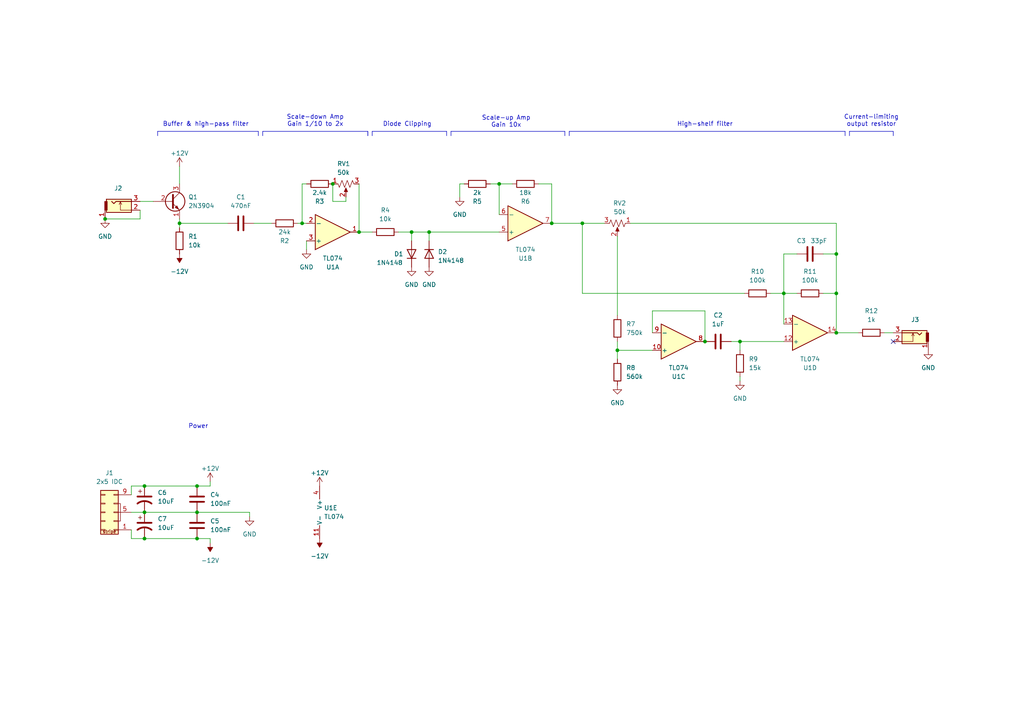
<source format=kicad_sch>
(kicad_sch (version 20231120) (generator "eeschema") (generator_version "8.0")
  (paper "A4")
  (title_block (title "Boost") (date "2024-09-14") (rev "1.0") (company "Free Modular"))
  (lib_symbols
    (symbol "Amplifier_Operational:TL074" (pin_names (offset 0.127))
      (property "Reference" "U" (at 0 5.08 0))
      (property "Value" "TL074" (at 0 -5.08 0))
      (symbol "TL074_1_1"
        (polyline (pts (xy -5.08 5.08) (xy 5.08 0) (xy -5.08 -5.08) (xy -5.08 5.08)) (stroke (width 0.254)) (fill (type background)))
        (pin output line (at 7.62 0 180) (length 2.54) (name "~") (number "1"))
        (pin input line (at -7.62 -2.54 0) (length 2.54) (name "-") (number "2"))
        (pin input line (at -7.62 2.54 0) (length 2.54) (name "+") (number "3"))
      )
      (symbol "TL074_2_1"
        (polyline (pts (xy -5.08 5.08) (xy 5.08 0) (xy -5.08 -5.08) (xy -5.08 5.08)) (stroke (width 0.254)) (fill (type background)))
        (pin input line (at -7.62 2.54 0) (length 2.54) (name "+") (number "5"))
        (pin input line (at -7.62 -2.54 0) (length 2.54) (name "-") (number "6"))
        (pin output line (at 7.62 0 180) (length 2.54) (name "~") (number "7"))
      )
      (symbol "TL074_3_1"
        (polyline (pts (xy -5.08 5.08) (xy 5.08 0) (xy -5.08 -5.08) (xy -5.08 5.08)) (stroke (width 0.254)) (fill (type background)))
        (pin input line (at -7.62 2.54 0) (length 2.54) (name "+") (number "10"))
        (pin output line (at 7.62 0 180) (length 2.54) (name "~") (number "8"))
        (pin input line (at -7.62 -2.54 0) (length 2.54) (name "-") (number "9"))
      )
      (symbol "TL074_4_1"
        (polyline (pts (xy -5.08 5.08) (xy 5.08 0) (xy -5.08 -5.08) (xy -5.08 5.08)) (stroke (width 0.254)) (fill (type background)))
        (pin input line (at -7.62 2.54 0) (length 2.54) (name "+") (number "12"))
        (pin input line (at -7.62 -2.54 0) (length 2.54) (name "-") (number "13"))
        (pin output line (at 7.62 0 180) (length 2.54) (name "~") (number "14"))
      )
      (symbol "TL074_5_1"
        (pin power_in line (at -2.54 -7.62 90) (length 3.81) (name "V-") (number "11"))
        (pin power_in line (at -2.54 7.62 270) (length 3.81) (name "V+") (number "4"))
      )
    )
    (symbol "Device:C" (pin_numbers hide) (pin_names (offset 0.254))
      (property "Reference" "C" (at 0.635 2.54 0))
      (property "Value" "C" (at 0.635 -2.54 0))
      (symbol "C_0_1"
        (polyline (pts (xy -2.032 -0.762) (xy 2.032 -0.762)) (stroke (width 0.508)))
        (polyline (pts (xy -2.032 0.762) (xy 2.032 0.762)) (stroke (width 0.508)))
      )
      (symbol "C_1_1"
        (pin passive line (at 0 3.81 270) (length 2.794) (name "~") (number "1"))
        (pin passive line (at 0 -3.81 90) (length 2.794) (name "~") (number "2"))
      )
    )
    (symbol "Device:C_Polarized_US" (pin_numbers hide) (pin_names (offset 0.254) hide)
      (property "Reference" "C" (at 0.635 2.54 0))
      (property "Value" "C_Polarized_US" (at 0.635 -2.54 0))
      (symbol "C_Polarized_US_0_1"
        (polyline (pts (xy -2.032 0.762) (xy 2.032 0.762)) (stroke (width 0.508)))
        (polyline (pts (xy -1.778 2.286) (xy -0.762 2.286)))
        (polyline (pts (xy -1.27 1.778) (xy -1.27 2.794)))
        (arc (start 2.032 -1.27) (mid 0 -0.5572) (end -2.032 -1.27) (stroke (width 0.508)))
      )
      (symbol "C_Polarized_US_1_1"
        (pin passive line (at 0 3.81 270) (length 2.794) (name "~") (number "1"))
        (pin passive line (at 0 -3.81 90) (length 3.302) (name "~") (number "2"))
      )
    )
    (symbol "Device:R" (pin_numbers hide) (pin_names (offset 0))
      (property "Reference" "R" (at 2.032 0 90))
      (property "Value" "R" (at 0 0 90))
      (symbol "R_0_1"
        (rectangle (start -1.016 -2.54) (end 1.016 2.54) (stroke (width 0.254)))
      )
      (symbol "R_1_1"
        (pin passive line (at 0 3.81 270) (length 1.27) (name "~") (number "1"))
        (pin passive line (at 0 -3.81 90) (length 1.27) (name "~") (number "2"))
      )
    )
    (symbol "Device:R_Potentiometer_US" (pin_names (offset 1.016) hide)
      (property "Reference" "RV" (at -4.445 0 90))
      (property "Value" "R_Potentiometer_US" (at -2.54 0 90))
      (symbol "R_Potentiometer_US_0_1"
        (polyline (pts (xy 0 -2.286) (xy 0 -2.54)))
        (polyline (pts (xy 0 2.54) (xy 0 2.286)))
        (polyline (pts (xy 2.54 0) (xy 1.524 0)))
        (polyline (pts (xy 1.143 0) (xy 2.286 0.508) (xy 2.286 -0.508) (xy 1.143 0)) (fill (type outline)))
        (polyline (pts (xy 0 -0.762) (xy 1.016 -1.143) (xy 0 -1.524) (xy -1.016 -1.905) (xy 0 -2.286)))
        (polyline (pts (xy 0 0.762) (xy 1.016 0.381) (xy 0 0) (xy -1.016 -0.381) (xy 0 -0.762)))
        (polyline (pts (xy 0 2.286) (xy 1.016 1.905) (xy 0 1.524) (xy -1.016 1.143) (xy 0 0.762)))
      )
      (symbol "R_Potentiometer_US_1_1"
        (pin passive line (at 0 3.81 270) (length 1.27) (name "1") (number "1"))
        (pin passive line (at 3.81 0 180) (length 1.27) (name "2") (number "2"))
        (pin passive line (at 0 -3.81 90) (length 1.27) (name "3") (number "3"))
      )
    )
    (symbol "Diode:1N4148" (pin_numbers hide) (pin_names hide)
      (property "Reference" "D" (at 0 2.54 0))
      (property "Value" "1N4148" (at 0 -2.54 0))
      (symbol "1N4148_0_1"
        (polyline (pts (xy -1.27 1.27) (xy -1.27 -1.27)) (stroke (width 0.254)))
        (polyline (pts (xy 1.27 0) (xy -1.27 0)))
        (polyline (pts (xy 1.27 1.27) (xy 1.27 -1.27) (xy -1.27 0) (xy 1.27 1.27)) (stroke (width 0.254)))
      )
      (symbol "1N4148_1_1"
        (pin passive line (at -3.81 0 0) (length 2.54) (name "K") (number "1"))
        (pin passive line (at 3.81 0 180) (length 2.54) (name "A") (number "2"))
      )
    )
    (symbol "FreeModular:Eurorack_2x5_Power" (pin_names (offset 1.016) hide)
      (property "Reference" "J7" (at -3.81 2.54 0))
      (property "Value" "Eurorack_2x5_Power" (at 5.08 -2.54 0))
      (symbol "Eurorack_2x5_Power_0_1"
        (polyline (pts (xy 2.54 -2.54) (xy 3.175 -2.54) (xy 3.175 2.54) (xy 2.54 2.54)))
      )
      (symbol "Eurorack_2x5_Power_1_1"
        (rectangle (start -2.54 -5.207) (end -1.27 -4.953) (stroke (width 0.1524)))
        (rectangle (start -2.54 -2.667) (end -1.27 -2.413) (stroke (width 0.1524)))
        (rectangle (start -2.54 -0.127) (end -1.27 0.127) (stroke (width 0.1524)))
        (rectangle (start -2.54 2.413) (end -1.27 2.667) (stroke (width 0.1524)))
        (rectangle (start -2.54 4.953) (end -1.27 5.207) (stroke (width 0.1524)))
        (rectangle (start 2.54 -6.35) (end -2.54 6.35) (stroke (width 0.254)) (fill (type background)))
        (rectangle (start 2.54 -5.207) (end 1.27 -4.953) (stroke (width 0.1524)))
        (rectangle (start 2.54 -2.667) (end 1.27 -2.413) (stroke (width 0.1524)))
        (rectangle (start 2.54 -0.127) (end 1.27 0.127) (stroke (width 0.1524)))
        (rectangle (start 2.54 2.413) (end 1.27 2.667) (stroke (width 0.1524)))
        (rectangle (start 2.54 4.953) (end 1.27 5.207) (stroke (width 0.1524)))
        (text "stripe" (at 0 -5.588 0) (effects (font (size 0.9 0.9))))
        (pin power_out line (at 6.35 -5.08 180) (length 3.81) (name "-12v") (number "1"))
        (pin passive line (at 6.35 5.08 180) (length 3.81) hide (name "+12v") (number "10"))
        (pin passive line (at 6.35 -5.08 180) (length 3.81) hide (name "-12v") (number "2"))
        (pin passive line (at 6.35 0 180) (length 3.81) hide (name "GND") (number "3"))
        (pin passive line (at 6.35 0 180) (length 3.81) hide (name "GND") (number "4"))
        (pin passive line (at 6.35 0 180) (length 3.81) (name "GND") (number "5"))
        (pin passive line (at 6.35 0 180) (length 3.81) hide (name "GND") (number "6"))
        (pin passive line (at 6.35 0 180) (length 3.81) hide (name "GND") (number "7"))
        (pin passive line (at 6.35 0 180) (length 3.81) hide (name "GND") (number "8"))
        (pin power_out line (at 6.35 5.08 180) (length 3.81) (name "+12v") (number "9"))
      )
    )
    (symbol "FreeModular:THONKICONN" (pin_names (offset 1.016))
      (property "Reference" "J" (at -1.27 4.445 0))
      (symbol "THONKICONN_0_1"
        (rectangle (start -4.699 3.175) (end 2.54 -0.635) (stroke (width 0.254)) (fill (type background)))
        (rectangle (start -4.445 0) (end -5.207 2.54) (fill (type outline)))
        (polyline (pts (xy -0.635 2.413) (xy -0.254 1.651)))
        (polyline (pts (xy 2.54 0) (xy -0.635 0) (xy -0.635 2.413) (xy -1.016 1.651)))
        (polyline (pts (xy 2.54 2.54) (xy -1.905 2.54) (xy -2.54 1.905) (xy -3.175 2.54)) (stroke (width 0.254)))
      )
      (symbol "THONKICONN_1_1"
        (pin passive line (at -5.08 -2.54 90) (length 2.54) (name "~") (number "1"))
        (pin passive line (at 5.08 0 180) (length 2.54) (name "~") (number "2"))
        (pin passive line (at 5.08 2.54 180) (length 2.54) (name "~") (number "3"))
      )
    )
    (symbol "Transistor_BJT:2N3904" (pin_names (offset 0) hide)
      (property "Reference" "Q" (at 5.08 1.905 0))
      (property "Value" "2N3904" (at 5.08 0 0))
      (symbol "2N3904_0_1"
        (polyline (pts (xy 0.635 0.635) (xy 2.54 2.54)))
        (polyline (pts (xy 0.635 -0.635) (xy 2.54 -2.54) (xy 2.54 -2.54)))
        (polyline (pts (xy 0.635 1.905) (xy 0.635 -1.905) (xy 0.635 -1.905)) (stroke (width 0.508)))
        (polyline (pts (xy 1.27 -1.778) (xy 1.778 -1.27) (xy 2.286 -2.286) (xy 1.27 -1.778) (xy 1.27 -1.778)) (fill (type outline)))
        (circle (center 1.27 0) (radius 2.8194) (stroke (width 0.254)))
      )
      (symbol "2N3904_1_1"
        (pin passive line (at 2.54 -5.08 90) (length 2.54) (name "E") (number "1"))
        (pin passive line (at -5.08 0 0) (length 5.715) (name "B") (number "2"))
        (pin passive line (at 2.54 5.08 270) (length 2.54) (name "C") (number "3"))
      )
    )
    (symbol "power:+12V" (power) (pin_names (offset 0))
      (property "Value" "+12V" (at 0 3.556 0))
      (symbol "+12V_0_1"
        (polyline (pts (xy -0.762 1.27) (xy 0 2.54)))
        (polyline (pts (xy 0 0) (xy 0 2.54)))
        (polyline (pts (xy 0 2.54) (xy 0.762 1.27)))
      )
      (symbol "+12V_1_1"
        (pin power_in line (at 0 0 90) (length 0) hide (name "+12V") (number "1"))
      )
    )
    (symbol "power:-12V" (power) (pin_names (offset 0))
      (property "Value" "-12V" (at 0 3.81 0))
      (symbol "-12V_0_0"
        (pin power_in line (at 0 0 90) (length 0) hide (name "-12V") (number "1"))
      )
      (symbol "-12V_0_1"
        (polyline (pts (xy 0 0) (xy 0 1.27) (xy 0.762 1.27) (xy 0 2.54) (xy -0.762 1.27) (xy 0 1.27)) (fill (type outline)))
      )
    )
    (symbol "power:GND" (power) (pin_names (offset 0))
      (property "Value" "GND" (at 0 -3.81 0))
      (symbol "GND_0_1"
        (polyline (pts (xy 0 0) (xy 0 -1.27) (xy 1.27 -1.27) (xy 0 -2.54) (xy -1.27 -1.27) (xy 0 -1.27)))
      )
      (symbol "GND_1_1"
        (pin power_in line (at 0 0 270) (length 0) hide (name "GND") (number "1"))
      )
    )
  )
  (junction (at 242.57 85.09))
  (junction (at 41.91 148.59))
  (junction (at 144.78 53.34))
  (junction (at 242.57 73.66))
  (junction (at 168.91 64.77))
  (junction (at 87.63 64.77))
  (junction (at 204.47 99.06))
  (junction (at 41.91 140.97))
  (junction (at 119.38 67.31))
  (junction (at 57.15 148.59))
  (junction (at 242.57 96.52))
  (junction (at 57.15 156.21))
  (junction (at 52.07 64.77))
  (junction (at 104.14 67.31))
  (junction (at 57.15 140.97))
  (junction (at 160.02 64.77))
  (junction (at 96.52 53.34))
  (junction (at 41.91 156.21))
  (junction (at 179.07 101.6))
  (junction (at 30.48 63.5))
  (junction (at 214.63 99.06))
  (junction (at 227.33 85.09))
  (junction (at 124.46 67.31))
  (no_connect (at 259.08 99.06))
  (wire (pts (xy 175.26 64.77) (xy 168.91 64.77)))
  (wire (pts (xy 40.64 58.42) (xy 44.45 58.42)))
  (wire (pts (xy 142.24 53.34) (xy 144.78 53.34)))
  (wire (pts (xy 73.66 64.77) (xy 78.74 64.77)))
  (wire (pts (xy 104.14 53.34) (xy 104.14 67.31)))
  (wire (pts (xy 119.38 67.31) (xy 124.46 67.31)))
  (polyline (pts (xy 106.68 39.37) (xy 106.68 38.1)))
  (wire (pts (xy 238.76 73.66) (xy 242.57 73.66)))
  (wire (pts (xy 88.9 64.77) (xy 87.63 64.77)))
  (wire (pts (xy 41.91 148.59) (xy 57.15 148.59)))
  (wire (pts (xy 242.57 73.66) (xy 242.57 85.09)))
  (wire (pts (xy 160.02 64.77) (xy 168.91 64.77)))
  (wire (pts (xy 189.23 96.52) (xy 189.23 90.17)))
  (wire (pts (xy 88.9 69.85) (xy 88.9 72.39)))
  (wire (pts (xy 160.02 64.77) (xy 160.02 53.34)))
  (wire (pts (xy 52.07 64.77) (xy 52.07 63.5)))
  (wire (pts (xy 214.63 109.22) (xy 214.63 110.49)))
  (wire (pts (xy 179.07 104.14) (xy 179.07 101.6)))
  (wire (pts (xy 60.96 156.21) (xy 60.96 157.48)))
  (wire (pts (xy 87.63 64.77) (xy 86.36 64.77)))
  (wire (pts (xy 57.15 140.97) (xy 60.96 140.97)))
  (wire (pts (xy 52.07 64.77) (xy 52.07 66.04)))
  (polyline (pts (xy 246.38 39.37) (xy 246.38 38.1)))
  (wire (pts (xy 52.07 48.26) (xy 52.07 53.34)))
  (wire (pts (xy 72.39 149.86) (xy 72.39 148.59)))
  (wire (pts (xy 124.46 67.31) (xy 144.78 67.31)))
  (wire (pts (xy 160.02 53.34) (xy 156.21 53.34)))
  (wire (pts (xy 38.1 153.67) (xy 38.1 156.21)))
  (wire (pts (xy 119.38 69.85) (xy 119.38 67.31)))
  (wire (pts (xy 168.91 64.77) (xy 168.91 85.09)))
  (polyline (pts (xy 130.81 38.1) (xy 163.83 38.1)))
  (polyline (pts (xy 129.54 38.1) (xy 129.54 39.37)))
  (wire (pts (xy 242.57 85.09) (xy 242.57 96.52)))
  (wire (pts (xy 214.63 99.06) (xy 227.33 99.06)))
  (wire (pts (xy 60.96 140.97) (xy 60.96 139.7)))
  (wire (pts (xy 223.52 85.09) (xy 227.33 85.09)))
  (wire (pts (xy 179.07 99.06) (xy 179.07 101.6)))
  (wire (pts (xy 38.1 148.59) (xy 41.91 148.59)))
  (wire (pts (xy 41.91 156.21) (xy 57.15 156.21)))
  (wire (pts (xy 96.52 58.42) (xy 100.33 58.42)))
  (wire (pts (xy 168.91 85.09) (xy 215.9 85.09)))
  (wire (pts (xy 242.57 64.77) (xy 242.57 73.66)))
  (wire (pts (xy 242.57 64.77) (xy 182.88 64.77)))
  (wire (pts (xy 38.1 156.21) (xy 41.91 156.21)))
  (wire (pts (xy 100.33 58.42) (xy 100.33 57.15)))
  (wire (pts (xy 231.14 85.09) (xy 227.33 85.09)))
  (wire (pts (xy 179.07 68.58) (xy 179.07 91.44)))
  (wire (pts (xy 133.35 53.34) (xy 134.62 53.34)))
  (polyline (pts (xy 246.38 38.1) (xy 259.08 38.1)))
  (wire (pts (xy 248.92 96.52) (xy 242.57 96.52)))
  (wire (pts (xy 227.33 85.09) (xy 227.33 93.98)))
  (wire (pts (xy 124.46 67.31) (xy 124.46 69.85)))
  (wire (pts (xy 38.1 140.97) (xy 38.1 143.51)))
  (polyline (pts (xy 107.95 38.1) (xy 129.54 38.1)))
  (wire (pts (xy 40.64 60.96) (xy 40.64 63.5)))
  (polyline (pts (xy 74.93 38.1) (xy 74.93 39.37)))
  (wire (pts (xy 119.38 67.31) (xy 115.57 67.31)))
  (wire (pts (xy 104.14 67.31) (xy 107.95 67.31)))
  (polyline (pts (xy 106.68 39.37) (xy 106.68 38.1)))
  (polyline (pts (xy 45.72 39.37) (xy 45.72 38.1)))
  (polyline (pts (xy 76.2 38.1) (xy 106.68 38.1)))
  (wire (pts (xy 227.33 73.66) (xy 231.14 73.66)))
  (wire (pts (xy 179.07 101.6) (xy 189.23 101.6)))
  (polyline (pts (xy 245.11 38.1) (xy 245.11 39.37)))
  (wire (pts (xy 133.35 53.34) (xy 133.35 57.15)))
  (wire (pts (xy 57.15 148.59) (xy 72.39 148.59)))
  (wire (pts (xy 52.07 64.77) (xy 66.04 64.77)))
  (polyline (pts (xy 259.08 38.1) (xy 259.08 39.37)))
  (polyline (pts (xy 163.83 38.1) (xy 163.83 39.37)))
  (wire (pts (xy 38.1 140.97) (xy 41.91 140.97)))
  (polyline (pts (xy 45.72 38.1) (xy 74.93 38.1)))
  (wire (pts (xy 204.47 90.17) (xy 204.47 99.06)))
  (wire (pts (xy 144.78 53.34) (xy 148.59 53.34)))
  (wire (pts (xy 87.63 53.34) (xy 88.9 53.34)))
  (polyline (pts (xy 107.95 39.37) (xy 107.95 38.1)))
  (wire (pts (xy 189.23 90.17) (xy 204.47 90.17)))
  (wire (pts (xy 238.76 85.09) (xy 242.57 85.09)))
  (polyline (pts (xy 165.1 38.1) (xy 245.11 38.1)))
  (wire (pts (xy 30.48 63.5) (xy 40.64 63.5)))
  (wire (pts (xy 41.91 140.97) (xy 57.15 140.97)))
  (wire (pts (xy 227.33 85.09) (xy 227.33 73.66)))
  (wire (pts (xy 96.52 53.34) (xy 96.52 58.42)))
  (wire (pts (xy 87.63 64.77) (xy 87.63 53.34)))
  (wire (pts (xy 214.63 99.06) (xy 212.09 99.06)))
  (wire (pts (xy 57.15 156.21) (xy 60.96 156.21)))
  (polyline (pts (xy 165.1 39.37) (xy 165.1 38.1)))
  (polyline (pts (xy 76.2 39.37) (xy 76.2 38.1)))
  (wire (pts (xy 144.78 53.34) (xy 144.78 62.23)))
  (polyline (pts (xy 130.81 38.1) (xy 130.81 39.37)))
  (wire (pts (xy 256.54 96.52) (xy 259.08 96.52)))
  (wire (pts (xy 214.63 101.6) (xy 214.63 99.06)))
  (text "Buffer & high-pass filter" (at 59.69 36.83 0) (effects (font (size 1.27 1.27)) (justify bottom)))
  (text "Current-limiting\noutput resistor" (at 252.73 36.83 0) (effects (font (size 1.27 1.27)) (justify bottom)))
  (text "Scale-up Amp\nGain 10x" (at 146.812 37.084 0) (effects (font (size 1.27 1.27)) (justify bottom)))
  (text "Diode Clipping" (at 118.11 36.83 0) (effects (font (size 1.27 1.27)) (justify bottom)))
  (text "High-shelf filter" (at 204.47 36.83 0) (effects (font (size 1.27 1.27)) (justify bottom)))
  (text "Scale-down Amp\nGain 1/10 to 2x" (at 91.44 36.83 0) (effects (font (size 1.27 1.27)) (justify bottom)))
  (text "Power" (at 54.61 124.46 0) (effects (font (size 1.27 1.27)) (justify left bottom)))
  (symbol (lib_id "Amplifier_Operational:TL074") (at 234.95 96.52 0) (mirror x) (unit 4)
    (property "Reference" "U1" (at 234.95 106.68 0))
    (property "Value" "TL074" (at 234.95 104.14 0))
    (property "Footprint" "Package_DIP:DIP-14_W7.62mm" (effects (hide yes)))
    (property "Datasheet" "http://www.ti.com/lit/ds/symlink/tl071.pdf" (effects (hide yes)))
  )
  (symbol (lib_id "Amplifier_Operational:TL074") (at 95.25 148.59 0) (unit 5)
    (property "Reference" "U1" (at 93.98 147.3199 0) (effects (justify left)))
    (property "Value" "TL074" (at 93.98 149.8599 0) (effects (justify left)))
    (property "Footprint" "Package_DIP:DIP-14_W7.62mm" (effects (hide yes)))
    (property "Datasheet" "http://www.ti.com/lit/ds/symlink/tl071.pdf" (effects (hide yes)))
  )
  (symbol (lib_id "Device:R") (at 234.95 85.09 270) (mirror x) (unit 1)
    (property "Reference" "R11" (at 234.95 78.74 90))
    (property "Value" "100k" (at 234.95 81.28 90))
    (property "Footprint" "Resistor_THT:R_Axial_DIN0207_L6.3mm_D2.5mm_P7.62mm_Horizontal" (effects (hide yes)))
  )
  (symbol (lib_id "Device:C") (at 234.95 73.66 90) (unit 1)
    (property "Reference" "C3" (at 232.41 69.85 90))
    (property "Value" "33pF" (at 237.49 69.85 90))
    (property "Footprint" "Capacitor_THT:C_Disc_D4.7mm_W2.5mm_P5.00mm" (effects (hide yes)))
  )
  (symbol (lib_id "Device:R") (at 52.07 69.85 0) (unit 1)
    (property "Reference" "R1" (at 54.61 68.5799 0) (effects (justify left)))
    (property "Value" "10k" (at 54.61 71.1199 0) (effects (justify left)))
    (property "Footprint" "Resistor_THT:R_Axial_DIN0207_L6.3mm_D2.5mm_P7.62mm_Horizontal" (effects (hide yes)))
  )
  (symbol (lib_id "Amplifier_Operational:TL074") (at 196.85 99.06 0) (mirror x) (unit 3)
    (property "Reference" "U1" (at 196.85 109.22 0))
    (property "Value" "TL074" (at 196.85 106.68 0))
    (property "Footprint" "Package_DIP:DIP-14_W7.62mm" (effects (hide yes)))
    (property "Datasheet" "http://www.ti.com/lit/ds/symlink/tl071.pdf" (effects (hide yes)))
  )
  (symbol (lib_id "Device:C") (at 57.15 144.78 0) (unit 1)
    (property "Reference" "C4" (at 60.96 143.5099 0) (effects (justify left)))
    (property "Value" "100nF" (at 60.96 146.0499 0) (effects (justify left)))
    (property "Footprint" "Capacitor_THT:C_Disc_D4.7mm_W2.5mm_P5.00mm" (effects (hide yes)))
    (property "Description" "Unpolarized capacitor" (effects (hide yes)))
  )
  (symbol (lib_id "power:GND") (at 119.38 77.47 0) (unit 1)
    (property "Reference" "#PWR08" (effects (hide yes)))
    (property "Value" "GND" (at 119.38 82.55 0))
  )
  (symbol (lib_id "power:GND") (at 30.48 63.5 0) (unit 1)
    (property "Reference" "#PWR01" (effects (hide yes)))
    (property "Value" "GND" (at 30.48 68.58 0))
  )
  (symbol (lib_id "power:+12V") (at 52.07 48.26 0) (unit 1)
    (property "Reference" "#PWR05" (effects (hide yes)))
    (property "Value" "+12V" (at 52.07 44.45 0))
  )
  (symbol (lib_id "Device:C") (at 69.85 64.77 90) (unit 1)
    (property "Reference" "C1" (at 69.85 57.15 90))
    (property "Value" "470nF" (at 69.85 59.69 90))
    (property "Footprint" "Capacitor_THT:C_Disc_D4.7mm_W2.5mm_P5.00mm" (effects (hide yes)))
  )
  (symbol (lib_id "Device:R_Potentiometer_US") (at 179.07 64.77 270) (unit 1)
    (property "Reference" "RV2" (at 181.61 58.928 90) (effects (justify right)))
    (property "Value" "50k" (at 181.61 61.468 90) (effects (justify right)))
    (property "Footprint" "FreeModular:Alpha_Potentiometer_Grounded" (effects (hide yes)))
    (property "Sim.Device" "R" (effects (hide yes)))
    (property "Sim.Pins" "1=+ 2=-" (effects (hide yes)))
    (property "Sim.Params" "r=100k" (effects (hide yes)))
  )
  (symbol (lib_id "Device:R") (at 82.55 64.77 90) (mirror x) (unit 1)
    (property "Reference" "R2" (at 82.55 69.85 90))
    (property "Value" "24k" (at 82.55 67.31 90))
    (property "Footprint" "Resistor_THT:R_Axial_DIN0207_L6.3mm_D2.5mm_P7.62mm_Horizontal" (effects (hide yes)))
  )
  (symbol (lib_id "Device:R") (at 179.07 95.25 0) (unit 1)
    (property "Reference" "R7" (at 181.61 93.9799 0) (effects (justify left)))
    (property "Value" "750k" (at 181.61 96.5199 0) (effects (justify left)))
    (property "Footprint" "Resistor_THT:R_Axial_DIN0207_L6.3mm_D2.5mm_P7.62mm_Horizontal" (effects (hide yes)))
  )
  (symbol (lib_id "Device:C_Polarized_US") (at 41.91 144.78 0) (unit 1)
    (property "Reference" "C6" (at 45.72 142.8749 0) (effects (justify left)))
    (property "Value" "10uF" (at 45.72 145.4149 0) (effects (justify left)))
    (property "Footprint" "Capacitor_THT:CP_Radial_D4.0mm_P1.50mm" (effects (hide yes)))
    (property "Description" "Polarized capacitor, US symbol" (effects (hide yes)))
  )
  (symbol (lib_id "power:GND") (at 179.07 111.76 0) (unit 1)
    (property "Reference" "#PWR011" (effects (hide yes)))
    (property "Value" "GND" (at 179.07 116.84 0))
  )
  (symbol (lib_id "power:GND") (at 124.46 77.47 0) (unit 1)
    (property "Reference" "#PWR09" (effects (hide yes)))
    (property "Value" "GND" (at 124.46 82.55 0))
  )
  (symbol (lib_id "Device:R_Potentiometer_US") (at 100.33 53.34 90) (mirror x) (unit 1)
    (property "Reference" "RV1" (at 97.79 47.498 90) (effects (justify right)))
    (property "Value" "50k" (at 97.79 50.038 90) (effects (justify right)))
    (property "Footprint" "FreeModular:Alpha_Potentiometer_Grounded" (effects (hide yes)))
    (property "Sim.Device" "R" (effects (hide yes)))
    (property "Sim.Pins" "1=+ 2=-" (effects (hide yes)))
    (property "Sim.Params" "r=100k" (effects (hide yes)))
  )
  (symbol (lib_id "power:-12V") (at 52.07 73.66 180) (unit 1)
    (property "Reference" "#PWR06" (effects (hide yes)))
    (property "Value" "-12V" (at 52.07 78.74 0))
  )
  (symbol (lib_id "power:GND") (at 269.24 101.6 0) (unit 1)
    (property "Reference" "#PWR013" (effects (hide yes)))
    (property "Value" "GND" (at 269.24 106.68 0))
  )
  (symbol (lib_id "power:GND") (at 214.63 110.49 0) (unit 1)
    (property "Reference" "#PWR012" (effects (hide yes)))
    (property "Value" "GND" (at 214.63 115.57 0))
  )
  (symbol (lib_id "power:+12V") (at 60.96 139.7 0) (unit 1)
    (property "Reference" "#PWR02" (effects (hide yes)))
    (property "Value" "+12V" (at 60.96 135.89 0))
  )
  (symbol (lib_id "Transistor_BJT:2N3904") (at 49.53 58.42 0) (unit 1)
    (property "Reference" "Q1" (at 54.61 57.1499 0) (effects (justify left)))
    (property "Value" "2N3904" (at 54.61 59.6899 0) (effects (justify left)))
    (property "Footprint" "Package_TO_SOT_THT:TO-92_Inline_Wide" (effects (hide yes)))
    (property "Datasheet" "https://www.onsemi.com/pub/Collateral/2N3903-D.PDF" (effects (hide yes)))
    (property "Description" "0.2A Ic, 40V Vce, Small Signal NPN Transistor, TO-92" (effects (hide yes)))
  )
  (symbol (lib_id "Device:C_Polarized_US") (at 41.91 152.4 0) (unit 1)
    (property "Reference" "C7" (at 45.72 150.4949 0) (effects (justify left)))
    (property "Value" "10uF" (at 45.72 153.0349 0) (effects (justify left)))
    (property "Footprint" "Capacitor_THT:CP_Radial_D4.0mm_P1.50mm" (effects (hide yes)))
    (property "Description" "Polarized capacitor, US symbol" (effects (hide yes)))
  )
  (symbol (lib_id "Diode:1N4148") (at 124.46 73.66 270) (unit 1)
    (property "Reference" "D2" (at 127 73.025 90) (effects (justify left)))
    (property "Value" "1N4148" (at 127 75.565 90) (effects (justify left)))
    (property "Footprint" "Diode_THT:D_DO-35_SOD27_P7.62mm_Horizontal" (effects (hide yes)))
    (property "Datasheet" "https://assets.nexperia.com/documents/data-sheet/1N4148_1N4448.pdf" (effects (hide yes)))
    (property "Sim.Device" "D" (effects (hide yes)))
    (property "Sim.Pins" "1=K 2=A" (effects (hide yes)))
  )
  (symbol (lib_id "Device:R") (at 138.43 53.34 90) (mirror x) (unit 1)
    (property "Reference" "R5" (at 138.43 58.42 90))
    (property "Value" "2k" (at 138.43 55.88 90))
    (property "Footprint" "Resistor_THT:R_Axial_DIN0207_L6.3mm_D2.5mm_P7.62mm_Horizontal" (effects (hide yes)))
  )
  (symbol (lib_id "power:GND") (at 133.35 57.15 0) (unit 1)
    (property "Reference" "#PWR010" (effects (hide yes)))
    (property "Value" "GND" (at 133.35 62.23 0))
  )
  (symbol (lib_id "power:-12V") (at 60.96 157.48 180) (unit 1)
    (property "Reference" "#PWR04" (effects (hide yes)))
    (property "Value" "-12V" (at 60.96 162.56 0))
  )
  (symbol (lib_id "FreeModular:THONKICONN") (at 35.56 60.96 0) (unit 1) (exclude_from_sim yes)
    (property "Reference" "J2" (at 34.29 54.61 0))
    (property "Value" "THONKICONN" (effects (hide yes)))
    (property "Footprint" "FreeModular:THONKICONN" (effects (hide yes)))
  )
  (symbol (lib_id "Amplifier_Operational:TL074") (at 152.4 64.77 0) (mirror x) (unit 2)
    (property "Reference" "U1" (at 152.4 74.93 0))
    (property "Value" "TL074" (at 152.4 72.39 0))
    (property "Footprint" "Package_DIP:DIP-14_W7.62mm" (effects (hide yes)))
    (property "Datasheet" "http://www.ti.com/lit/ds/symlink/tl071.pdf" (effects (hide yes)))
  )
  (symbol (lib_id "Device:R") (at 152.4 53.34 90) (unit 1)
    (property "Reference" "R6" (at 152.4 58.42 90))
    (property "Value" "18k" (at 152.4 55.88 90))
    (property "Footprint" "Resistor_THT:R_Axial_DIN0207_L6.3mm_D2.5mm_P7.62mm_Horizontal" (effects (hide yes)))
  )
  (symbol (lib_id "Device:R") (at 92.71 53.34 90) (mirror x) (unit 1)
    (property "Reference" "R3" (at 92.71 58.42 90))
    (property "Value" "2.4k" (at 92.71 55.88 90))
    (property "Footprint" "Resistor_THT:R_Axial_DIN0207_L6.3mm_D2.5mm_P7.62mm_Horizontal" (effects (hide yes)))
  )
  (symbol (lib_id "Device:C") (at 208.28 99.06 90) (unit 1)
    (property "Reference" "C2" (at 208.28 91.44 90))
    (property "Value" "1uF" (at 208.28 93.98 90))
    (property "Footprint" "Capacitor_THT:C_Disc_D4.7mm_W2.5mm_P5.00mm" (effects (hide yes)))
  )
  (symbol (lib_id "Diode:1N4148") (at 119.38 73.66 90) (unit 1)
    (property "Reference" "D1" (at 114.3 73.66 90) (effects (justify right)))
    (property "Value" "1N4148" (at 109.22 76.2 90) (effects (justify right)))
    (property "Footprint" "Diode_THT:D_DO-35_SOD27_P7.62mm_Horizontal" (effects (hide yes)))
    (property "Datasheet" "https://assets.nexperia.com/documents/data-sheet/1N4148_1N4448.pdf" (effects (hide yes)))
    (property "Sim.Device" "D" (effects (hide yes)))
    (property "Sim.Pins" "1=K 2=A" (effects (hide yes)))
  )
  (symbol (lib_id "power:-12V") (at 92.71 156.21 180) (unit 1)
    (property "Reference" "#PWR015" (effects (hide yes)))
    (property "Value" "-12V" (at 92.71 161.29 0))
  )
  (symbol (lib_id "power:+12V") (at 92.71 140.97 0) (unit 1)
    (property "Reference" "#PWR014" (effects (hide yes)))
    (property "Value" "+12V" (at 92.71 137.16 0))
  )
  (symbol (lib_id "Device:R") (at 219.71 85.09 270) (mirror x) (unit 1)
    (property "Reference" "R10" (at 219.71 78.74 90))
    (property "Value" "100k" (at 219.71 81.28 90))
    (property "Footprint" "Resistor_THT:R_Axial_DIN0207_L6.3mm_D2.5mm_P7.62mm_Horizontal" (effects (hide yes)))
  )
  (symbol (lib_id "Amplifier_Operational:TL074") (at 96.52 67.31 0) (mirror x) (unit 1)
    (property "Reference" "U1" (at 96.52 77.47 0))
    (property "Value" "TL074" (at 96.52 74.93 0))
    (property "Footprint" "Package_DIP:DIP-14_W7.62mm" (effects (hide yes)))
    (property "Datasheet" "http://www.ti.com/lit/ds/symlink/tl071.pdf" (effects (hide yes)))
  )
  (symbol (lib_id "FreeModular:THONKICONN") (at 264.16 99.06 0) (mirror y) (unit 1) (exclude_from_sim yes)
    (property "Reference" "J3" (at 265.43 92.71 0))
    (property "Value" "THONKICONN" (effects (hide yes)))
    (property "Footprint" "FreeModular:THONKICONN" (effects (hide yes)))
  )
  (symbol (lib_id "Device:C") (at 57.15 152.4 0) (unit 1)
    (property "Reference" "C5" (at 60.96 151.1299 0) (effects (justify left)))
    (property "Value" "100nF" (at 60.96 153.6699 0) (effects (justify left)))
    (property "Footprint" "Capacitor_THT:C_Disc_D4.7mm_W2.5mm_P5.00mm" (effects (hide yes)))
    (property "Description" "Unpolarized capacitor" (effects (hide yes)))
  )
  (symbol (lib_id "Device:R") (at 214.63 105.41 0) (unit 1)
    (property "Reference" "R9" (at 217.17 104.1399 0) (effects (justify left)))
    (property "Value" "15k" (at 217.17 106.6799 0) (effects (justify left)))
    (property "Footprint" "Resistor_THT:R_Axial_DIN0207_L6.3mm_D2.5mm_P7.62mm_Horizontal" (effects (hide yes)))
  )
  (symbol (lib_id "Device:R") (at 179.07 107.95 0) (unit 1)
    (property "Reference" "R8" (at 181.61 106.6799 0) (effects (justify left)))
    (property "Value" "560k" (at 181.61 109.2199 0) (effects (justify left)))
    (property "Footprint" "Resistor_THT:R_Axial_DIN0207_L6.3mm_D2.5mm_P7.62mm_Horizontal" (effects (hide yes)))
  )
  (symbol (lib_id "power:GND") (at 88.9 72.39 0) (unit 1)
    (property "Reference" "#PWR07" (effects (hide yes)))
    (property "Value" "GND" (at 88.9 77.47 0))
  )
  (symbol (lib_id "Device:R") (at 252.73 96.52 90) (unit 1)
    (property "Reference" "R12" (at 252.73 90.17 90))
    (property "Value" "1k" (at 252.73 92.71 90))
    (property "Footprint" "Resistor_THT:R_Axial_DIN0207_L6.3mm_D2.5mm_P7.62mm_Horizontal" (effects (hide yes)))
  )
  (symbol (lib_id "Device:R") (at 111.76 67.31 90) (unit 1)
    (property "Reference" "R4" (at 111.76 60.96 90))
    (property "Value" "10k" (at 111.76 63.5 90))
    (property "Footprint" "Resistor_THT:R_Axial_DIN0207_L6.3mm_D2.5mm_P7.62mm_Horizontal" (effects (hide yes)))
  )
  (symbol (lib_id "power:GND") (at 72.39 149.86 0) (unit 1)
    (property "Reference" "#PWR03" (effects (hide yes)))
    (property "Value" "GND" (at 72.39 154.94 0))
  )
  (symbol (lib_id "FreeModular:Eurorack_2x5_Power") (at 31.75 148.59 0) (unit 1) (exclude_from_sim yes)
    (property "Reference" "J1" (at 31.75 137.16 0))
    (property "Value" "2x5 IDC" (at 31.75 139.7 0))
    (property "Footprint" "Connector_IDC:IDC-Header_2x05_P2.54mm_Vertical" (effects (hide yes)))
    (property "Description" "Generic connector, double row, 02x05, odd/even pin numbering scheme (row 1 odd numbers, row 2 even numbers)" (effects (hide yes)))
  )
)
</source>
